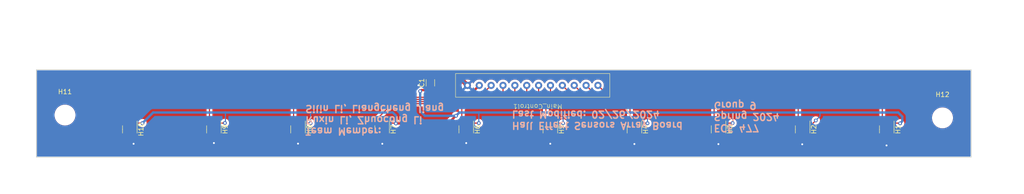
<source format=kicad_pcb>
(kicad_pcb (version 20221018) (generator pcbnew)
  (layers (0 "F.Cu" signal) (31 "B.Cu" signal) (34 "B.Paste" user) (35 "F.Paste" user) (36 "B.SilkS" user "B.Silkscreen") (37 "F.SilkS" user "F.Silkscreen") (38 "B.Mask" user) (39 "F.Mask" user) (44 "Edge.Cuts" user))
  (net 0 "")
  (net 1 "VDD")
  (net 2 "OUT0")
  (net 3 "VSS")
  (net 4 "OUT1")
  (net 5 "OUT2")
  (net 6 "OUT3")
  (net 7 "OUT4")
  (net 8 "OUT5")
  (net 9 "OUT6")
  (net 10 "OUT7")
  (net 11 "OUT8")
  (net 12 "OUT9")
  (footprint "Package_TO_SOT_SMD:SOT-23-3" (layer "F.Cu") (at 221.77 88.37 -90)
    (fp_text reference "H1" (at 0 -2.4 90) (layer "F.SilkS"))
    (fp_text value "~")
    (fp_line (start 0 -1.56) (end -1.8 -1.56) (stroke (width 0.12)) (layer "F.SilkS"))
    (fp_line (start 0 -1.56) (end 0.8 -1.56) (stroke (width 0.12)) (layer "F.SilkS"))
    (fp_line (start 0 1.56) (end -0.8 1.56) (stroke (width 0.12)) (layer "F.SilkS"))
    (fp_line (start 0 1.56) (end 0.8 1.56) (stroke (width 0.12)) (layer "F.SilkS"))
    (pad "1" smd roundrect (at -1.1375 -0.95 270) (size 1.325 0.6) (layers "F.Cu" "F.Paste" "F.Mask") (net 1 "VDD"))
    (pad "2" smd roundrect (at -1.1375 0.95 270) (size 1.325 0.6) (layers "F.Cu" "F.Paste" "F.Mask") (net 2 "OUT0"))
    (pad "3" smd roundrect (at 1.1375 0 270) (size 1.325 0.6) (layers "F.Cu" "F.Paste" "F.Mask") (net 3 "VSS"))
  )
  (footprint "Package_TO_SOT_SMD:SOT-23-3" (layer "F.Cu") (at 59.77 88.37 -90)
    (fp_text reference "H10" (at 0 -2.4 90) (layer "F.SilkS"))
    (fp_text value "~")
    (fp_line (start 0 -1.56) (end -1.8 -1.56) (stroke (width 0.12)) (layer "F.SilkS"))
    (fp_line (start 0 -1.56) (end 0.8 -1.56) (stroke (width 0.12)) (layer "F.SilkS"))
    (fp_line (start 0 1.56) (end -0.8 1.56) (stroke (width 0.12)) (layer "F.SilkS"))
    (fp_line (start 0 1.56) (end 0.8 1.56) (stroke (width 0.12)) (layer "F.SilkS"))
    (pad "1" smd roundrect (at -1.1375 -0.95 270) (size 1.325 0.6) (layers "F.Cu" "F.Paste" "F.Mask") (net 1 "VDD"))
    (pad "2" smd roundrect (at -1.1375 0.95 270) (size 1.325 0.6) (layers "F.Cu" "F.Paste" "F.Mask") (net 12 "OUT9"))
    (pad "3" smd roundrect (at 1.1375 0 270) (size 1.325 0.6) (layers "F.Cu" "F.Paste" "F.Mask") (net 3 "VSS"))
  )
  (footprint "Package_TO_SOT_SMD:SOT-23-3" (layer "F.Cu") (at 167.77 88.37 -90)
    (fp_text reference "H4" (at 0 -2.4 90) (layer "F.SilkS"))
    (fp_text value "~")
    (fp_line (start 0 -1.56) (end -1.8 -1.56) (stroke (width 0.12)) (layer "F.SilkS"))
    (fp_line (start 0 -1.56) (end 0.8 -1.56) (stroke (width 0.12)) (layer "F.SilkS"))
    (fp_line (start 0 1.56) (end -0.8 1.56) (stroke (width 0.12)) (layer "F.SilkS"))
    (fp_line (start 0 1.56) (end 0.8 1.56) (stroke (width 0.12)) (layer "F.SilkS"))
    (pad "1" smd roundrect (at -1.1375 -0.95 270) (size 1.325 0.6) (layers "F.Cu" "F.Paste" "F.Mask") (net 1 "VDD"))
    (pad "2" smd roundrect (at -1.1375 0.95 270) (size 1.325 0.6) (layers "F.Cu" "F.Paste" "F.Mask") (net 6 "OUT3"))
    (pad "3" smd roundrect (at 1.1375 0 270) (size 1.325 0.6) (layers "F.Cu" "F.Paste" "F.Mask") (net 3 "VSS"))
  )
  (footprint "Package_TO_SOT_SMD:SOT-23-3" (layer "F.Cu") (at 149.77 88.37 -90)
    (fp_text reference "H5" (at 0 -2.4 90) (layer "F.SilkS"))
    (fp_text value "~")
    (fp_line (start 0 -1.56) (end -1.8 -1.56) (stroke (width 0.12)) (layer "F.SilkS"))
    (fp_line (start 0 -1.56) (end 0.8 -1.56) (stroke (width 0.12)) (layer "F.SilkS"))
    (fp_line (start 0 1.56) (end -0.8 1.56) (stroke (width 0.12)) (layer "F.SilkS"))
    (fp_line (start 0 1.56) (end 0.8 1.56) (stroke (width 0.12)) (layer "F.SilkS"))
    (pad "1" smd roundrect (at -1.1375 -0.95 270) (size 1.325 0.6) (layers "F.Cu" "F.Paste" "F.Mask") (net 1 "VDD"))
    (pad "2" smd roundrect (at -1.1375 0.95 270) (size 1.325 0.6) (layers "F.Cu" "F.Paste" "F.Mask") (net 7 "OUT4"))
    (pad "3" smd roundrect (at 1.1375 0 270) (size 1.325 0.6) (layers "F.Cu" "F.Paste" "F.Mask") (net 3 "VSS"))
  )
  (footprint "Package_TO_SOT_SMD:SOT-23-3" (layer "F.Cu") (at 113.77 88.37 -90)
    (fp_text reference "H7" (at 0 -2.4 90) (layer "F.SilkS"))
    (fp_text value "~")
    (fp_line (start 0 -1.56) (end -1.8 -1.56) (stroke (width 0.12)) (layer "F.SilkS"))
    (fp_line (start 0 -1.56) (end 0.8 -1.56) (stroke (width 0.12)) (layer "F.SilkS"))
    (fp_line (start 0 1.56) (end -0.8 1.56) (stroke (width 0.12)) (layer "F.SilkS"))
    (fp_line (start 0 1.56) (end 0.8 1.56) (stroke (width 0.12)) (layer "F.SilkS"))
    (pad "1" smd roundrect (at -1.1375 -0.95 270) (size 1.325 0.6) (layers "F.Cu" "F.Paste" "F.Mask") (net 1 "VDD"))
    (pad "2" smd roundrect (at -1.1375 0.95 270) (size 1.325 0.6) (layers "F.Cu" "F.Paste" "F.Mask") (net 9 "OUT6"))
    (pad "3" smd roundrect (at 1.1375 0 270) (size 1.325 0.6) (layers "F.Cu" "F.Paste" "F.Mask") (net 3 "VSS"))
  )
  (footprint "Package_TO_SOT_SMD:SOT-23-3" (layer "F.Cu") (at 203.77 88.37 -90)
    (fp_text reference "H2" (at 0 -2.4 90) (layer "F.SilkS"))
    (fp_text value "~")
    (fp_line (start 0 -1.56) (end -1.8 -1.56) (stroke (width 0.12)) (layer "F.SilkS"))
    (fp_line (start 0 -1.56) (end 0.8 -1.56) (stroke (width 0.12)) (layer "F.SilkS"))
    (fp_line (start 0 1.56) (end -0.8 1.56) (stroke (width 0.12)) (layer "F.SilkS"))
    (fp_line (start 0 1.56) (end 0.8 1.56) (stroke (width 0.12)) (layer "F.SilkS"))
    (pad "1" smd roundrect (at -1.1375 -0.95 270) (size 1.325 0.6) (layers "F.Cu" "F.Paste" "F.Mask") (net 1 "VDD"))
    (pad "2" smd roundrect (at -1.1375 0.95 270) (size 1.325 0.6) (layers "F.Cu" "F.Paste" "F.Mask") (net 4 "OUT1"))
    (pad "3" smd roundrect (at 1.1375 0 270) (size 1.325 0.6) (layers "F.Cu" "F.Paste" "F.Mask") (net 3 "VSS"))
  )
  (footprint "Package_TO_SOT_SMD:SOT-23-3" (layer "F.Cu") (at 77.77 88.37 -90)
    (fp_text reference "H9" (at 0 -2.4 90) (layer "F.SilkS"))
    (fp_text value "~")
    (fp_line (start 0 -1.56) (end -1.8 -1.56) (stroke (width 0.12)) (layer "F.SilkS"))
    (fp_line (start 0 -1.56) (end 0.8 -1.56) (stroke (width 0.12)) (layer "F.SilkS"))
    (fp_line (start 0 1.56) (end -0.8 1.56) (stroke (width 0.12)) (layer "F.SilkS"))
    (fp_line (start 0 1.56) (end 0.8 1.56) (stroke (width 0.12)) (layer "F.SilkS"))
    (pad "1" smd roundrect (at -1.1375 -0.95 270) (size 1.325 0.6) (layers "F.Cu" "F.Paste" "F.Mask") (net 1 "VDD"))
    (pad "2" smd roundrect (at -1.1375 0.95 270) (size 1.325 0.6) (layers "F.Cu" "F.Paste" "F.Mask") (net 11 "OUT8"))
    (pad "3" smd roundrect (at 1.1375 0 270) (size 1.325 0.6) (layers "F.Cu" "F.Paste" "F.Mask") (net 3 "VSS"))
  )
  (footprint "MountingHole:MountingHole_4mm" (layer "F.Cu") (at 233.7 85.9)
    (fp_text reference "H12" (at 0 -5) (layer "F.SilkS"))
    (fp_text value "MountingHole")
    (pad "" np_thru_hole circle (at 0 0) (size 4 4) (drill 4) (layers "*.Cu" "*.Mask"))
  )
  (footprint "Capacitor_SMD:C_1206_3216Metric_Pad1.33x1.80mm_HandSolder" (layer "F.Cu") (at 124.1 78.3825 90)
    (fp_text reference "C1" (at 0 -1.85 90) (layer "F.SilkS"))
    (fp_text value "C")
    (fp_line (start -0.711252 -0.91) (end 0.711252 -0.91) (stroke (width 0.12)) (layer "F.SilkS"))
    (fp_line (start -0.711252 0.91) (end 0.711252 0.91) (stroke (width 0.12)) (layer "F.SilkS"))
    (pad "1" smd roundrect (at -1.5625 0 90) (size 1.325 1.8) (layers "F.Cu" "F.Paste" "F.Mask") (roundrect_rratio 0.188679) (net 1 "VDD"))
    (pad "2" smd roundrect (at 1.5625 0 90) (size 1.325 1.8) (layers "F.Cu" "F.Paste" "F.Mask") (roundrect_rratio 0.188679) (net 3 "VSS"))
  )
  (footprint "Senior Design:Sensor Port" (layer "F.Cu") (at 142.18 86.55 180)
    (fp_text reference "Main_Control1" (at -4.9 3.09 180 unlocked) (layer "F.SilkS") (effects (font (thickness 0.1))))
    (fp_text value "~")
    (fp_rect (start -20.32 5.08) (end 12.7 10.16) (stroke (width 0.1)) (fill none) (layer "F.SilkS"))
    (pad "1" thru_hole circle (at -17.78 7.62 180) (size 1.524 1.524) (drill 0.762) (layers "*.Cu" "*.Mask") (net 2 "OUT0"))
    (pad "2" thru_hole circle (at -15.24 7.62 180) (size 1.524 1.524) (drill 0.762) (layers "*.Cu" "*.Mask") (net 4 "OUT1"))
    (pad "3" thru_hole circle (at -12.7 7.62 180) (size 1.524 1.524) (drill 0.762) (layers "*.Cu" "*.Mask") (net 5 "OUT2"))
    (pad "4" thru_hole circle (at -10.16 7.62 180) (size 1.524 1.524) (drill 0.762) (layers "*.Cu" "*.Mask") (net 6 "OUT3"))
    (pad "5" thru_hole circle (at -7.62 7.62 180) (size 1.524 1.524) (drill 0.762) (layers "*.Cu" "*.Mask") (net 7 "OUT4"))
    (pad "6" thru_hole circle (at -5.08 7.62 180) (size 1.524 1.524) (drill 0.762) (layers "*.Cu" "*.Mask") (net 8 "OUT5"))
    (pad "7" thru_hole circle (at -2.54 7.62 180) (size 1.524 1.524) (drill 0.762) (layers "*.Cu" "*.Mask") (net 9 "OUT6"))
    (pad "8" thru_hole circle (at 0 7.62 180) (size 1.524 1.524) (drill 0.762) (layers "*.Cu" "*.Mask") (net 10 "OUT7"))
    (pad "9" thru_hole circle (at 2.54 7.62 180) (size 1.524 1.524) (drill 0.762) (layers "*.Cu" "*.Mask") (net 11 "OUT8"))
    (pad "10" thru_hole circle (at 5.08 7.62 180) (size 1.524 1.524) (drill 0.762) (layers "*.Cu" "*.Mask") (net 12 "OUT9"))
    (pad "11" thru_hole circle (at 7.62 7.62 180) (size 1.524 1.524) (drill 0.762) (layers "*.Cu" "*.Mask") (net 1 "VDD"))
    (pad "12" thru_hole circle (at 10.16 7.62 180) (size 1.524 1.524) (drill 0.762) (layers "*.Cu" "*.Mask") (net 3 "VSS"))
  )
  (footprint "Package_TO_SOT_SMD:SOT-23-3" (layer "F.Cu") (at 131.77 88.37 -90)
    (fp_text reference "H6" (at 0 -2.4 90) (layer "F.SilkS"))
    (fp_text value "~")
    (fp_line (start 0 -1.56) (end -1.8 -1.56) (stroke (width 0.12)) (layer "F.SilkS"))
    (fp_line (start 0 -1.56) (end 0.8 -1.56) (stroke (width 0.12)) (layer "F.SilkS"))
    (fp_line (start 0 1.56) (end -0.8 1.56) (stroke (width 0.12)) (layer "F.SilkS"))
    (fp_line (start 0 1.56) (end 0.8 1.56) (stroke (width 0.12)) (layer "F.SilkS"))
    (pad "1" smd roundrect (at -1.1375 -0.95 270) (size 1.325 0.6) (layers "F.Cu" "F.Paste" "F.Mask") (net 1 "VDD"))
    (pad "2" smd roundrect (at -1.1375 0.95 270) (size 1.325 0.6) (layers "F.Cu" "F.Paste" "F.Mask") (net 8 "OUT5"))
    (pad "3" smd roundrect (at 1.1375 0 270) (size 1.325 0.6) (layers "F.Cu" "F.Paste" "F.Mask") (net 3 "VSS"))
  )
  (footprint "MountingHole:MountingHole_4mm" (layer "F.Cu") (at 45.9 85.3)
    (fp_text reference "H11" (at 0 -5) (layer "F.SilkS"))
    (fp_text value "MountingHole")
    (pad "" np_thru_hole circle (at 0 0) (size 4 4) (drill 4) (layers "*.Cu" "*.Mask"))
  )
  (footprint "Package_TO_SOT_SMD:SOT-23-3" (layer "F.Cu") (at 95.77 88.37 -90)
    (fp_text reference "H8" (at 0 -2.4 90) (layer "F.SilkS"))
    (fp_text value "~")
    (fp_line (start 0 -1.56) (end -1.8 -1.56) (stroke (width 0.12)) (layer "F.SilkS"))
    (fp_line (start 0 -1.56) (end 0.8 -1.56) (stroke (width 0.12)) (layer "F.SilkS"))
    (fp_line (start 0 1.56) (end -0.8 1.56) (stroke (width 0.12)) (layer "F.SilkS"))
    (fp_line (start 0 1.56) (end 0.8 1.56) (stroke (width 0.12)) (layer "F.SilkS"))
    (pad "1" smd roundrect (at -1.1375 -0.95 270) (size 1.325 0.6) (layers "F.Cu" "F.Paste" "F.Mask") (net 1 "VDD"))
    (pad "2" smd roundrect (at -1.1375 0.95 270) (size 1.325 0.6) (layers "F.Cu" "F.Paste" "F.Mask") (net 10 "OUT7"))
    (pad "3" smd roundrect (at 1.1375 0 270) (size 1.325 0.6) (layers "F.Cu" "F.Paste" "F.Mask") (net 3 "VSS"))
  )
  (footprint "Package_TO_SOT_SMD:SOT-23-3" (layer "F.Cu") (at 185.77 88.37 -90)
    (fp_text reference "H3" (at 0 -2.4 90) (layer "F.SilkS"))
    (fp_text value "~")
    (fp_line (start 0 -1.56) (end -1.8 -1.56) (stroke (width 0.12)) (layer "F.SilkS"))
    (fp_line (start 0 -1.56) (end 0.8 -1.56) (stroke (width 0.12)) (layer "F.SilkS"))
    (fp_line (start 0 1.56) (end -0.8 1.56) (stroke (width 0.12)) (layer "F.SilkS"))
    (fp_line (start 0 1.56) (end 0.8 1.56) (stroke (width 0.12)) (layer "F.SilkS"))
    (pad "1" smd roundrect (at -1.1375 -0.95 270) (size 1.325 0.6) (layers "F.Cu" "F.Paste" "F.Mask") (net 1 "VDD"))
    (pad "2" smd roundrect (at -1.1375 0.95 270) (size 1.325 0.6) (layers "F.Cu" "F.Paste" "F.Mask") (net 5 "OUT2"))
    (pad "3" smd roundrect (at 1.1375 0 270) (size 1.325 0.6) (layers "F.Cu" "F.Paste" "F.Mask") (net 3 "VSS"))
  )
  (gr_rect (start 39.8 75.6) (end 239.8254 94.31) (stroke (width 0.2)) (fill none) (layer "Edge.Cuts"))
  (gr_text "Team Member: \nRuxin Li, Zhuocong Li\nSilin Li, Liangcheng Jiang\n" (at 97.18 83.06 180) (layer "B.SilkS") (effects (font (size 1.5 1.5) (thickness 0.3) bold) (justify left bottom mirror)))
  (gr_text "ECE 477\nSpring 2024\nGroup 9\n" (at 184.58 82.36 180) (layer "B.SilkS") (effects (font (size 1.5 1.5) (thickness 0.3) bold) (justify left bottom mirror)))
  (gr_text "Hall Effect Sensors Array Board\nLast Modified: 02/26/2024\n" (at 141.38 84.26 180) (layer "B.SilkS") (effects (font (size 1.5 1.5) (thickness 0.3) bold) (justify left bottom mirror)))
  (segment (start 129.54 85.46) (end 127.9 87.1) (width 0.5) (layer "F.Cu") (net 1))
  (segment (start 124.1 79.945) (end 122.135 79.945) (width 0.5) (layer "F.Cu") (net 1))
  (segment (start 132.72 87.02) (end 134.46 87.02) (width 0.25) (layer "F.Cu") (net 1))
  (segment (start 80.09382 87.02) (end 78.72 87.02) (width 0.25) (layer "F.Cu") (net 1))
  (segment (start 222.72 87.02) (end 224.57 87.02) (width 0.25) (layer "F.Cu") (net 1))
  (segment (start 206.58 86.46) (end 205.58 87.46) (width 0.25) (layer "F.Cu") (net 1))
  (segment (start 98.43 87.02) (end 98.45 87.04) (width 0.25) (layer "F.Cu") (net 1))
  (segment (start 204.9475 87.46) (end 204.72 87.2325) (width 0.25) (layer "F.Cu") (net 1))
  (segment (start 124.775 80.62) (end 132.87 80.62) (width 0.5) (layer "F.Cu") (net 1))
  (segment (start 80.123473 86.990347) (end 80.09382 87.02) (width 0.25) (layer "F.Cu") (net 1))
  (segment (start 96.72 87.02) (end 98.43 87.02) (width 0.25) (layer "F.Cu") (net 1))
  (segment (start 122.135 79.945) (end 121.91 80.17) (width 0.25) (layer "F.Cu") (net 1))
  (segment (start 132.87 80.62) (end 134.56 78.93) (width 0.5) (layer "F.Cu") (net 1))
  (segment (start 114.72 87.02) (end 116.63 87.02) (width 0.25) (layer "F.Cu") (net 1))
  (segment (start 168.72 87.02) (end 170.52 87.02) (width 0.25) (layer "F.Cu") (net 1))
  (segment (start 186.72 87.02) (end 188.78 87.02) (width 0.25) (layer "F.Cu") (net 1))
  (segment (start 116.63 87.02) (end 116.72 87.11) (width 0.25) (layer "F.Cu") (net 1))
  (segment (start 224.57 87.02) (end 224.63 87.08) (width 0.25) (layer "F.Cu") (net 1))
  (segment (start 152.46 87.02) (end 152.5 87.06) (width 0.25) (layer "F.Cu") (net 1))
  (segment (start 205.58 87.46) (end 204.9475 87.46) (width 0.25) (layer "F.Cu") (net 1))
  (segment (start 129.58 85.46) (end 129.54 85.46) (width 0.25) (layer "F.Cu") (net 1))
  (segment (start 116.73 87.1) (end 116.72 87.11) (width 0.25) (layer "F.Cu") (net 1))
  (segment (start 150.72 87.02) (end 152.46 87.02) (width 0.25) (layer "F.Cu") (net 1))
  (segment (start 60.72 87.02) (end 62.45 87.02) (width 0.25) (layer "F.Cu") (net 1))
  (segment (start 62.45 87.02) (end 62.47 87.04) (width 0.25) (layer "F.Cu") (net 1))
  (segment (start 127.9 87.1) (end 116.73 87.1) (width 0.5) (layer "F.Cu") (net 1))
  (segment (start 124.1 79.945) (end 124.775 80.62) (width 0.5) (layer "F.Cu") (net 1))
  (segment (start 170.52 87.02) (end 170.56 87.06) (width 0.25) (layer "F.Cu") (net 1))
  (via (at 121.91 80.17) (size 0.8) (drill 0.4) (layers "F.Cu" "B.Cu") (net 1))
  (via (at 80.123473 86.990347) (size 0.8) (drill 0.4) (layers "F.Cu" "B.Cu") (net 1))
  (via (at 98.45 87.04) (size 0.8) (drill 0.4) (layers "F.Cu" "B.Cu") (net 1))
  (via (at 62.47 87.04) (size 0.8) (drill 0.4) (layers "F.Cu" "B.Cu") (net 1))
  (via (at 206.58 86.46) (size 0.8) (drill 0.4) (layers "F.Cu" "B.Cu") (net 1))
  (via (at 170.56 87.06) (size 0.8) (drill 0.4) (layers "F.Cu" "B.Cu") (net 1))
  (via (at 116.72 87.11) (size 0.8) (drill 0.4) (layers "F.Cu" "B.Cu") (net 1))
  (via (at 134.46 87.02) (size 0.8) (drill 0.4) (layers "F.Cu" "B.Cu") (net 1))
  (via (at 129.58 85.46) (size 0.8) (drill 0.4) (layers "F.Cu" "B.Cu") (net 1))
  (via (at 188.78 87.02) (size 0.8) (drill 0.4) (layers "F.Cu" "B.Cu") (net 1))
  (via (at 152.5 87.06) (size 0.8) (drill 0.4) (layers "F.Cu" "B.Cu") (net 1))
  (via (at 224.63 87.08) (size 0.8) (drill 0.4) (layers "F.Cu" "B.Cu") (net 1))
  (segment (start 116.05 84.75) (end 102.78 84.75) (width 0.5) (layer "B.Cu") (net 1))
  (segment (start 102.78 84.75) (end 98.45 84.75) (width 0.5) (layer "B.Cu") (net 1))
  (segment (start 134.49 84.75) (end 134.33 84.75) (width 0.5) (layer "B.Cu") (net 1))
  (segment (start 152.5 87.06) (end 152.5 84.82) (width 0.25) (layer "B.Cu") (net 1))
  (segment (start 98.45 84.75) (end 98.45 87.04) (width 0.25) (layer "B.Cu") (net 1))
  (segment (start 169.8 84.75) (end 152.49 84.75) (width 0.5) (layer "B.Cu") (net 1))
  (segment (start 64.76 84.75) (end 80.24 84.75) (width 0.5) (layer "B.Cu") (net 1))
  (segment (start 170.64 84.75) (end 206.15 84.75) (width 0.5) (layer "B.Cu") (net 1))
  (segment (start 130.29 84.75) (end 129.58 85.46) (width 0.5) (layer "B.Cu") (net 1))
  (segment (start 80.24 86.87382) (end 80.123473 86.990347) (width 0.25) (layer "B.Cu") (net 1))
  (segment (start 134.33 84.75) (end 133.31 84.75) (width 0.5) (layer "B.Cu") (net 1))
  (segment (start 133.31 84.75) (end 130.29 84.75) (width 0.5) (layer "B.Cu") (net 1))
  (segment (start 116.72 85.42) (end 116.05 84.75) (width 0.5) (layer "B.Cu") (net 1))
  (segment (start 224.2 84.75) (end 225.09 85.64) (width 0.5) (layer "B.Cu") (net 1))
  (segment (start 121.91 84.44) (end 122.93 85.46) (width 0.5) (layer "B.Cu") (net 1))
  (segment (start 116.72 87.11) (end 116.72 85.42) (width 0.5) (layer "B.Cu") (net 1))
  (segment (start 152.3 84.75) (end 134.49 84.75) (width 0.5) (layer "B.Cu") (net 1))
  (segment (start 80.24 84.75) (end 102.78 84.75) (width 0.5) (layer "B.Cu") (net 1))
  (segment (start 169.8 84.75) (end 172.36 84.75) (width 0.5) (layer "B.Cu") (net 1))
  (segment (start 206.77 84.75) (end 224.2 84.75) (width 0.5) (layer "B.Cu") (net 1))
  (segment (start 170.56 87.06) (end 170.56 84.77) (width 0.25) (layer "B.Cu") (net 1))
  (segment (start 225.09 85.64) (end 225.09 86.62) (width 0.5) (layer "B.Cu") (net 1))
  (segment (start 188.78 87.02) (end 188.78 84.79) (width 0.25) (layer "B.Cu") (net 1))
  (segment (start 129.48 85.36) (end 129.58 85.46) (width 0.25) (layer "B.Cu") (net 1))
  (segment (start 225.09 86.62) (end 224.63 87.08) (width 0.5) (layer "B.Cu") (net 1))
  (segment (start 62.47 87.04) (end 64.76 84.75) (width 0.5) (layer "B.Cu") (net 1))
  (segment (start 206.58 86.46) (end 207.48 85.56) (width 0.25) (layer "B.Cu") (net 1))
  (segment (start 206.15 84.75) (end 206.77 84.75) (width 0.5) (layer "B.Cu") (net 1))
  (segment (start 207.48 85.56) (end 207.48 84.75) (width 0.25) (layer "B.Cu") (net 1))
  (segment (start 80.24 84.75) (end 80.24 86.87382) (width 0.25) (layer "B.Cu") (net 1))
  (segment (start 122.93 85.46) (end 129.58 85.46) (width 0.5) (layer "B.Cu") (net 1))
  (segment (start 121.91 80.17) (end 121.91 84.44) (width 0.5) (layer "B.Cu") (net 1))
  (segment (start 134.46 84.78) (end 134.49 84.75) (width 0.5) (layer "B.Cu") (net 1))
  (segment (start 133.31 84.75) (end 134.75 84.75) (width 0.5) (layer "B.Cu") (net 1))
  (segment (start 134.46 87.02) (end 134.46 84.78) (width 0.25) (layer "B.Cu") (net 1))
  (segment (start 219.12 80.72) (end 161.75 80.72) (width 0.25) (layer "F.Cu") (net 2))
  (segment (start 220.82 82.42) (end 219.12 80.72) (width 0.25) (layer "F.Cu") (net 2))
  (segment (start 161.75 80.72) (end 159.96 78.93) (width 0.25) (layer "F.Cu") (net 2))
  (segment (start 220.82 87.02) (end 220.82 82.42) (width 0.25) (layer "F.Cu") (net 2))
  (segment (start 60.58 91.46) (end 59.77 90.65) (width 0.25) (layer "F.Cu") (net 3))
  (segment (start 167.77 91.5) (end 167.76 91.51) (width 0.25) (layer "F.Cu") (net 3))
  (segment (start 95.77 89.72) (end 95.77 91.43) (width 0.25) (layer "F.Cu") (net 3))
  (segment (start 167.77 89.72) (end 167.77 91.5) (width 0.25) (layer "F.Cu") (net 3))
  (segment (start 77.77 89.72) (end 77.77 91.3) (width 0.25) (layer "F.Cu") (net 3))
  (segment (start 221.77 91.77) (end 221.72 91.82) (width 0.25) (layer "F.Cu") (net 3))
  (segment (start 59.77 90.65) (end 59.77 89.72) (width 0.25) (layer "F.Cu") (net 3))
  (segment (start 185.77 89.72) (end 185.77 91.5) (width 0.25) (layer "F.Cu") (net 3))
  (segment (start 121.53 77.45) (end 122.16 76.82) (width 1) (layer "F.Cu") (net 3))
  (segment (start 122.16 76.82) (end 124.1 76.82) (width 1) (layer "F.Cu") (net 3))
  (segment (start 149.77 91.44) (end 149.76 91.45) (width 0.25) (layer "F.Cu") (net 3))
  (segment (start 124.1 76.82) (end 129.91 76.82) (width 1) (layer "F.Cu") (net 3))
  (segment (start 221.77 89.72) (end 221.77 91.77) (width 0.25) (layer "F.Cu") (net 3))
  (segment (start 149.77 89.5075) (end 149.77 91.44) (width 0.25) (layer "F.Cu") (net 3))
  (segment (start 113.77 91.42) (end 113.81 91.46) (width 0.25) (layer "F.Cu") (net 3))
  (segment (start 203.77 91.48) (end 203.68 91.57) (width 0.25) (layer "F.Cu") (net 3))
  (segment (start 203.77 89.72) (end 203.77 91.48) (width 0.25) (layer "F.Cu") (net 3))
  (segment (start 185.77 91.5) (end 185.74 91.53) (width 0.25) (layer "F.Cu") (net 3))
  (segment (start 121.53 78.92) (end 121.53 77.45) (width 1) (layer "F.Cu") (net 3))
  (segment (start 113.77 89.5075) (end 113.77 91.42) (width 0.25) (layer "F.Cu") (net 3))
  (segment (start 129.91 76.82) (end 132.02 78.93) (width 1) (layer "F.Cu") (net 3))
  (segment (start 131.77 89.72) (end 131.77 91.31) (width 0.25) (layer "F.Cu") (net 3))
  (via (at 121.53 78.92) (size 0.8) (drill 0.4) (layers "F.Cu" "B.Cu") (net 3))
  (via (at 203.68 91.57) (size 0.8) (drill 0.4) (layers "F.Cu" "B.Cu") (net 3))
  (via (at 60.58 91.46) (size 0.8) (drill 0.4) (layers "F.Cu" "B.Cu") (net 3))
  (via (at 113.81 91.46) (size 0.8) (drill 0.4) (layers "F.Cu" "B.Cu") (net 3))
  (via (at 95.77 91.43) (size 0.8) (drill 0.4) (layers "F.Cu" "B.Cu") (net 3))
  (via (at 131.77 91.31) (size 0.8) (drill 0.4) (layers "F.Cu" "B.Cu") (net 3))
  (via (at 221.72 91.82) (size 0.8) (drill 0.4) (layers "F.Cu" "B.Cu") (net 3))
  (via (at 167.76 91.51) (size 0.8) (drill 0.4) (layers "F.Cu" "B.Cu") (net 3))
  (via (at 77.77 91.3) (size 0.8) (drill 0.4) (layers "F.Cu" "B.Cu") (net 3))
  (via (at 149.76 91.45) (size 0.8) (drill 0.4) (layers "F.Cu" "B.Cu") (net 3))
  (via (at 185.74 91.53) (size 0.8) (drill 0.4) (layers "F.Cu" "B.Cu") (net 3))
  (segment (start 95.77 91.43) (end 95.77 92.95) (width 0.25) (layer "B.Cu") (net 3))
  (segment (start 167.76 91.51) (end 167.76 92.93) (width 0.25) (layer "B.Cu") (net 3))
  (segment (start 126.91 92.95) (end 120.61 92.95) (width 0.25) (layer "B.Cu") (net 3))
  (segment (start 131.77 92.91) (end 131.81 92.95) (width 0.25) (layer "B.Cu") (net 3))
  (segment (start 167.71 92.98) (end 166.28 92.98) (width 1) (layer "B.Cu") (net 3))
  (segment (start 166.28 92.98) (end 149.79 92.98) (width 1) (layer "B.Cu") (net 3))
  (segment (start 62.07 92.95) (end 80.73 92.95) (width 1) (layer "B.Cu") (net 3))
  (segment (start 120.61 92.95) (end 120.61 79.84) (width 1) (layer "B.Cu") (net 3))
  (segment (start 115.36 92.95) (end 97.56 92.95) (width 1) (layer "B.Cu") (net 3))
  (segment (start 60.58 91.46) (end 62.07 92.95) (width 1) (layer "B.Cu") (net 3))
  (segment (start 221.72 91.82) (end 220.56 92.98) (width 1) (layer "B.Cu") (net 3))
  (segment (start 131.81 92.95) (end 149.76 92.95) (width 1) (layer "B.Cu") (net 3))
  (segment (start 203.67 92.98) (end 185.73 92.98) (width 1) (layer "B.Cu") (net 3))
  (segment (start 185.73 92.98) (end 182.51 92.98) (width 1) (layer "B.Cu") (net 3))
  (segment (start 203.68 91.57) (end 203.68 92.97) (width 0.25) (layer "B.Cu") (net 3))
  (segment (start 185.74 91.53) (end 185.74 92.98) (width 0.25) (layer "B.Cu") (net 3))
  (segment (start 131.81 92.95) (end 126.91 92.95) (width 1) (layer "B.Cu") (net 3))
  (segment (start 126.91 92.95) (end 115.36 92.95) (width 1) (layer "B.Cu") (net 3))
  (segment (start 120.61 79.84) (end 121.53 78.92) (width 1) (layer "B.Cu") (net 3))
  (segment (start 113.81 91.46) (end 113.81 92.81) (width 0.25) (layer "B.Cu") (net 3))
  (segment (start 185.74 92.98) (end 182.51 92.98) (width 1) (layer "B.Cu") (net 3))
  (segment (start 220.56 92.98) (end 203.67 92.98) (width 1) (layer "B.Cu") (net 3))
  (segment (start 149.76 92.95) (end 149.76 91.45) (width 0.25) (layer "B.Cu") (net 3))
  (segment (start 131.77 91.31) (end 131.77 92.91) (width 0.25) (layer "B.Cu") (net 3))
  (segment (start 97.56 92.95) (end 80.73 92.95) (width 1) (layer "B.Cu") (net 3))
  (segment (start 77.77 92.95) (end 80.73 92.95) (width 0.25) (layer "B.Cu") (net 3))
  (segment (start 77.77 91.3) (end 77.77 92.95) (width 0.25) (layer "B.Cu") (net 3))
  (segment (start 182.51 92.98) (end 167.71 92.98) (width 1) (layer "B.Cu") (net 3))
  (segment (start 113.95 92.95) (end 115.36 92.95) (width 0.25) (layer "B.Cu") (net 3))
  (segment (start 95.77 92.95) (end 97.56 92.95) (width 0.25) (layer "B.Cu") (net 3))
  (segment (start 202.82 82.52) (end 201.47 81.17) (width 0.25) (layer "F.Cu") (net 4))
  (segment (start 202.82 87.02) (end 202.82 82.52) (width 0.25) (layer "F.Cu") (net 4))
  (segment (start 159.66 81.17) (end 157.42 78.93) (width 0.25) (layer "F.Cu") (net 4))
  (segment (start 201.47 81.17) (end 159.66 81.17) (width 0.25) (layer "F.Cu") (net 4))
  (segment (start 184.82 87.02) (end 184.82 83.02) (width 0.25) (layer "F.Cu") (net 5))
  (segment (start 157.57 81.62) (end 154.88 78.93) (width 0.25) (layer "F.Cu") (net 5))
  (segment (start 184.82 83.02) (end 183.42 81.62) (width 0.25) (layer "F.Cu") (net 5))
  (segment (start 183.42 81.62) (end 157.57 81.62) (width 0.25) (layer "F.Cu") (net 5))
  (segment (start 165.37 82.07) (end 155.48 82.07) (width 0.25) (layer "F.Cu") (net 6))
  (segment (start 166.82 87.02) (end 166.82 83.52) (width 0.25) (layer "F.Cu") (net 6))
  (segment (start 166.82 83.52) (end 165.37 82.07) (width 0.25) (layer "F.Cu") (net 6))
  (segment (start 155.48 82.07) (end 152.34 78.93) (width 0.25) (layer "F.Cu") (net 6))
  (segment (start 149.8 82.05) (end 149.8 78.93) (width 0.25) (layer "F.Cu") (net 7))
  (segment (start 148.82 83.03) (end 149.8 82.05) (width 0.25) (layer "F.Cu") (net 7))
  (segment (start 148.82 87.02) (end 148.82 83.03) (width 0.25) (layer "F.Cu") (net 7))
  (segment (start 145.41 83.29) (end 147.26 81.44) (width 0.25) (layer "F.Cu") (net 8))
  (segment (start 140.1 83.3) (end 140.11 83.29) (width 0.25) (layer "F.Cu") (net 8))
  (segment (start 140.11 83.29) (end 145.41 83.29) (width 0.25) (layer "F.Cu") (net 8))
  (segment (start 131.4 83.3) (end 140.1 83.3) (width 0.25) (layer "F.Cu") (net 8))
  (segment (start 130.82 83.88) (end 131.4 83.3) (width 0.25) (layer "F.Cu") (net 8))
  (segment (start 147.26 81.44) (end 147.26 78.93) (width 0.25) (layer "F.Cu") (net 8))
  (segment (start 130.82 87.02) (end 130.82 83.88) (width 0.25) (layer "F.Cu") (net 8))
  (segment (start 112.82 85.99) (end 115.97 82.84) (width 0.25) (layer "F.Cu") (net 9))
  (segment (start 144.72 81.48) (end 144.72 78.93) (width 0.25) (layer "F.Cu") (net 9))
  (segment (start 115.97 82.84) (end 143.36 82.84) (width 0.25) (layer "F.Cu") (net 9))
  (segment (start 143.36 82.84) (end 144.72 81.48) (width 0.25) (layer "F.Cu") (net 9))
  (segment (start 112.82 87.02) (end 112.82 85.99) (width 0.25) (layer "F.Cu") (net 9))
  (segment (start 141.51 82.39) (end 142.18 81.72) (width 0.25) (layer "F.Cu") (net 10))
  (segment (start 142.18 81.72) (end 142.18 78.93) (width 0.25) (layer "F.Cu") (net 10))
  (segment (start 94.82 87.02) (end 94.82 83.58) (width 0.25) (layer "F.Cu") (net 10))
  (segment (start 96.01 82.39) (end 141.51 82.39) (width 0.25) (layer "F.Cu") (net 10))
  (segment (start 94.82 83.58) (end 96.01 82.39) (width 0.25) (layer "F.Cu") (net 10))
  (segment (start 76.82 87.02) (end 76.82 83.38) (width 0.25) (layer "F.Cu") (net 11))
  (segment (start 78.26 81.94) (end 138.96 81.94) (width 0.25) (layer "F.Cu") (net 11))
  (segment (start 138.96 81.94) (end 139.64 81.26) (width 0.25) (layer "F.Cu") (net 11))
  (segment (start 76.82 83.38) (end 78.26 81.94) (width 0.25) (layer "F.Cu") (net 11))
  (segment (start 139.64 81.26) (end 139.64 78.93) (width 0.25) (layer "F.Cu") (net 11))
  (segment (start 58.82 83.08) (end 60.41 81.49) (width 0.25) (layer "F.Cu") (net 12))
  (segment (start 134.54 81.49) (end 137.1 78.93) (width 0.25) (layer "F.Cu") (net 12))
  (segment (start 58.82 87.02) (end 58.82 83.08) (width 0.25) (layer "F.Cu") (net 12))
  (segment (start 60.41 81.49) (end 134.54 81.49) (width 0.25) (layer "F.Cu") (net 12))
  (zone (net 3) (net_name "VSS") (layers "F&B.Cu") (connect_pads (clearance 0.5)) (min_thickness 0.25) (fill yes (thermal_gap 0.5) (thermal_bridge_width 0.5))
    (polygon (pts (xy 35.02 66.68) (xy 31.99 102.29) (xy 249.63 101.34) (xy 251.15 60.61)))
  )
)
</source>
